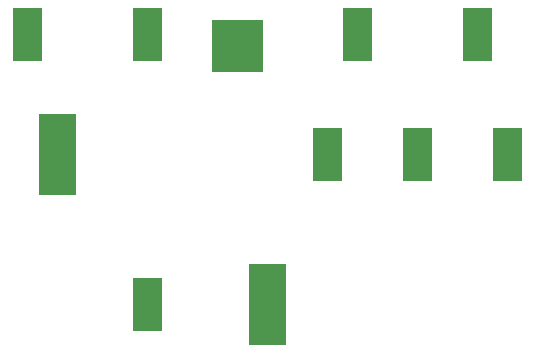
<source format=gbr>
%TF.GenerationSoftware,Altium Limited,Altium Designer,22.0.2 (36)*%
G04 Layer_Color=16711935*
%FSLAX26Y26*%
%MOIN*%
%TF.SameCoordinates,18AA30F0-C86B-41F5-80B4-D111BAE5B25F*%
%TF.FilePolarity,Positive*%
%TF.FileFunction,Other,Mechanical_5*%
%TF.Part,Single*%
G01*
G75*
G36*
X6249449Y2311000D02*
X6150551D01*
Y2489000D01*
X6249449D01*
Y2311000D01*
D02*
G37*
G36*
X5849449D02*
X5750551D01*
Y2489000D01*
X5849449D01*
Y2311000D01*
D02*
G37*
G36*
X5149449D02*
X5050551D01*
Y2489000D01*
X5149449D01*
Y2311000D01*
D02*
G37*
G36*
X4749449D02*
X4650551D01*
Y2489000D01*
X4749449D01*
Y2311000D01*
D02*
G37*
G36*
X5484000Y2274000D02*
X5316000D01*
Y2450000D01*
X5484000D01*
Y2274000D01*
D02*
G37*
G36*
X6349449Y1911000D02*
X6250551D01*
Y2089000D01*
X6349449D01*
Y1911000D01*
D02*
G37*
G36*
X6049449D02*
X5950551D01*
Y2089000D01*
X6049449D01*
Y1911000D01*
D02*
G37*
G36*
X5749449D02*
X5650551D01*
Y2089000D01*
X5749449D01*
Y1911000D01*
D02*
G37*
G36*
X4863000Y1866500D02*
X4737000D01*
Y2133500D01*
X4863000D01*
Y1866500D01*
D02*
G37*
G36*
X5149449Y1411000D02*
X5050551D01*
Y1589000D01*
X5149449D01*
Y1411000D01*
D02*
G37*
G36*
X5563000Y1366500D02*
X5437000D01*
Y1633500D01*
X5563000D01*
Y1366500D01*
D02*
G37*
%TF.MD5,75368e777e73db81cb0288d868faf7bd*%
M02*

</source>
